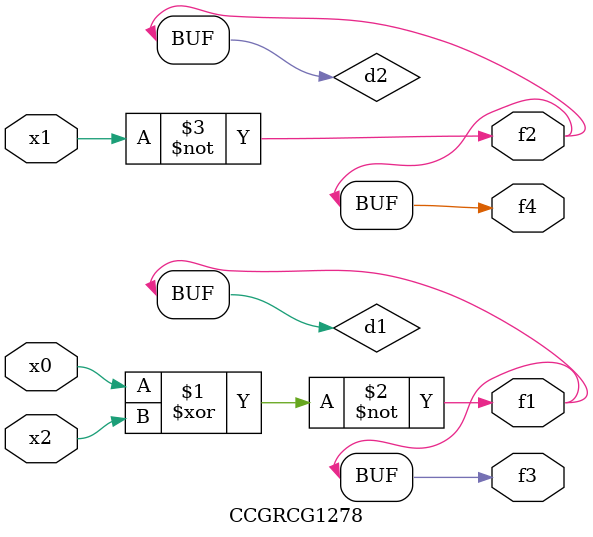
<source format=v>
module CCGRCG1278(
	input x0, x1, x2,
	output f1, f2, f3, f4
);

	wire d1, d2, d3;

	xnor (d1, x0, x2);
	nand (d2, x1);
	nor (d3, x1, x2);
	assign f1 = d1;
	assign f2 = d2;
	assign f3 = d1;
	assign f4 = d2;
endmodule

</source>
